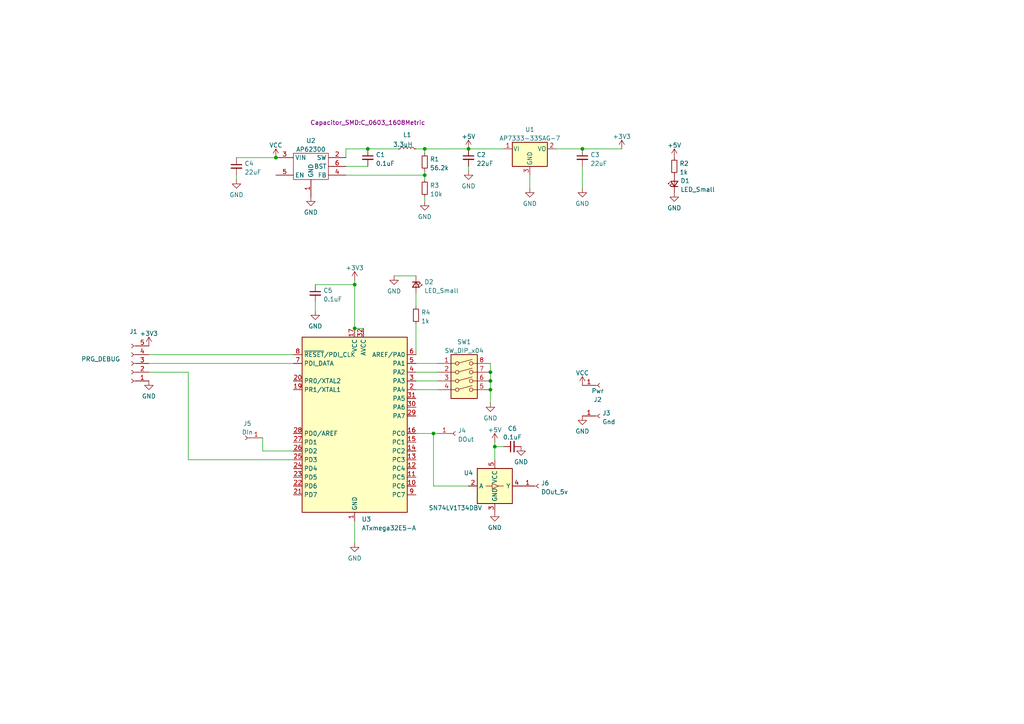
<source format=kicad_sch>
(kicad_sch (version 20211123) (generator eeschema)
  (paper "A4")
  (lib_symbols
    (symbol "Connector:Conn_01x01_Female" (pin_names (offset 1.016) hide)
      (property "Reference" "J" (at 0 2.54 0))
      (property "Value" "Conn_01x01_Female" (at 0 -2.54 0))
      (symbol "Conn_01x01_Female_1_1"
        (polyline (pts (xy -1.27 0) (xy -0.508 0)) (stroke (width 0.1524)))
        (arc (start 0 0.508) (mid -0.508 0) (end 0 -0.508) (stroke (width 0.1524)))
        (pin passive line (at -5.08 0 0) (length 3.81) (name "Pin_1") (number "1"))
      )
    )
    (symbol "Connector:Conn_01x05_Female" (pin_names (offset 1.016) hide)
      (property "Reference" "J" (at 0 7.62 0))
      (property "Value" "Conn_01x05_Female" (at 0 -7.62 0))
      (symbol "Conn_01x05_Female_1_1"
        (arc (start 0 -4.572) (mid -0.508 -5.08) (end 0 -5.588) (stroke (width 0.1524)))
        (arc (start 0 -2.032) (mid -0.508 -2.54) (end 0 -3.048) (stroke (width 0.1524)))
        (polyline (pts (xy -1.27 -5.08) (xy -0.508 -5.08)) (stroke (width 0.1524)))
        (polyline (pts (xy -1.27 -2.54) (xy -0.508 -2.54)) (stroke (width 0.1524)))
        (polyline (pts (xy -1.27 0) (xy -0.508 0)) (stroke (width 0.1524)))
        (polyline (pts (xy -1.27 2.54) (xy -0.508 2.54)) (stroke (width 0.1524)))
        (polyline (pts (xy -1.27 5.08) (xy -0.508 5.08)) (stroke (width 0.1524)))
        (arc (start 0 0.508) (mid -0.508 0) (end 0 -0.508) (stroke (width 0.1524)))
        (arc (start 0 3.048) (mid -0.508 2.54) (end 0 2.032) (stroke (width 0.1524)))
        (arc (start 0 5.588) (mid -0.508 5.08) (end 0 4.572) (stroke (width 0.1524)))
        (pin passive line (at -5.08 5.08 0) (length 3.81) (name "Pin_1") (number "1"))
        (pin passive line (at -5.08 2.54 0) (length 3.81) (name "Pin_2") (number "2"))
        (pin passive line (at -5.08 0 0) (length 3.81) (name "Pin_3") (number "3"))
        (pin passive line (at -5.08 -2.54 0) (length 3.81) (name "Pin_4") (number "4"))
        (pin passive line (at -5.08 -5.08 0) (length 3.81) (name "Pin_5") (number "5"))
      )
    )
    (symbol "Device:C_Small" (pin_numbers hide) (pin_names (offset 0.254) hide)
      (property "Reference" "C" (at 0.254 1.778 0))
      (property "Value" "C_Small" (at 0.254 -2.032 0))
      (symbol "C_Small_0_1"
        (polyline (pts (xy -1.524 -0.508) (xy 1.524 -0.508)) (stroke (width 0.3302)))
        (polyline (pts (xy -1.524 0.508) (xy 1.524 0.508)) (stroke (width 0.3048)))
      )
      (symbol "C_Small_1_1"
        (pin passive line (at 0 2.54 270) (length 2.032) (name "~") (number "1"))
        (pin passive line (at 0 -2.54 90) (length 2.032) (name "~") (number "2"))
      )
    )
    (symbol "Device:LED_Small" (pin_numbers hide) (pin_names (offset 0.254) hide)
      (property "Reference" "D" (at -1.27 3.175 0))
      (property "Value" "LED_Small" (at -4.445 -2.54 0))
      (symbol "LED_Small_0_1"
        (polyline (pts (xy -0.762 -1.016) (xy -0.762 1.016)) (stroke (width 0.254)))
        (polyline (pts (xy 1.016 0) (xy -0.762 0)))
        (polyline (pts (xy 0.762 -1.016) (xy -0.762 0) (xy 0.762 1.016) (xy 0.762 -1.016)) (stroke (width 0.254)))
        (polyline (pts (xy 0 0.762) (xy -0.508 1.27) (xy -0.254 1.27) (xy -0.508 1.27) (xy -0.508 1.016)))
        (polyline (pts (xy 0.508 1.27) (xy 0 1.778) (xy 0.254 1.778) (xy 0 1.778) (xy 0 1.524)))
      )
      (symbol "LED_Small_1_1"
        (pin passive line (at -2.54 0 0) (length 1.778) (name "K") (number "1"))
        (pin passive line (at 2.54 0 180) (length 1.778) (name "A") (number "2"))
      )
    )
    (symbol "Device:L_Small" (pin_numbers hide) (pin_names (offset 0.254) hide)
      (property "Reference" "L" (at 0.762 1.016 0))
      (property "Value" "L_Small" (at 0.762 -1.016 0))
      (symbol "L_Small_0_1"
        (arc (start 0 -2.032) (mid 0.508 -1.524) (end 0 -1.016))
        (arc (start 0 -1.016) (mid 0.508 -0.508) (end 0 0))
        (arc (start 0 0) (mid 0.508 0.508) (end 0 1.016))
        (arc (start 0 1.016) (mid 0.508 1.524) (end 0 2.032))
      )
      (symbol "L_Small_1_1"
        (pin passive line (at 0 2.54 270) (length 0.508) (name "~") (number "1"))
        (pin passive line (at 0 -2.54 90) (length 0.508) (name "~") (number "2"))
      )
    )
    (symbol "Device:R_Small" (pin_numbers hide) (pin_names (offset 0.254) hide)
      (property "Reference" "R" (at 0.762 0.508 0))
      (property "Value" "R_Small" (at 0.762 -1.016 0))
      (symbol "R_Small_0_1"
        (rectangle (start -0.762 1.778) (end 0.762 -1.778) (stroke (width 0.2032)))
      )
      (symbol "R_Small_1_1"
        (pin passive line (at 0 2.54 270) (length 0.762) (name "~") (number "1"))
        (pin passive line (at 0 -2.54 90) (length 0.762) (name "~") (number "2"))
      )
    )
    (symbol "Logic_LevelTranslator:SN74LV1T34DBV"
      (property "Reference" "U" (at 5.08 6.35 0))
      (property "Value" "SN74LV1T34DBV" (at 5.08 3.81 0))
      (symbol "SN74LV1T34DBV_0_1"
        (rectangle (start -5.08 5.08) (end 5.08 -5.08) (stroke (width 0.254)) (fill (type background)))
        (polyline (pts (xy -0.762 0) (xy -2.54 0)))
        (polyline (pts (xy 1.016 0) (xy 2.54 0)))
      )
      (symbol "SN74LV1T34DBV_1_1"
        (polyline (pts (xy -0.762 -0.762) (xy -0.762 0.762) (xy 1.016 0) (xy -0.762 -0.762)))
        (pin no_connect line (at -5.08 2.54 0) (length 2.54) hide (name "NC") (number "1"))
        (pin input line (at -7.62 0 0) (length 2.54) (name "A") (number "2"))
        (pin power_in line (at 0 -7.62 90) (length 2.54) (name "GND") (number "3"))
        (pin output line (at 7.62 0 180) (length 2.54) (name "Y") (number "4"))
        (pin power_in line (at 0 7.62 270) (length 2.54) (name "VCC") (number "5"))
      )
    )
    (symbol "MCU_Microchip_ATmega:ATxmega32E5-A"
      (property "Reference" "U" (at -15.24 26.67 0))
      (property "Value" "ATxmega32E5-A" (at 2.54 -26.67 0))
      (symbol "ATxmega32E5-A_0_1"
        (rectangle (start -15.24 -25.4) (end 15.24 25.4) (stroke (width 0.254)) (fill (type background)))
      )
      (symbol "ATxmega32E5-A_1_1"
        (pin power_in line (at 0 -27.94 90) (length 2.54) (name "GND") (number "1"))
        (pin bidirectional line (at 17.78 -17.78 180) (length 2.54) (name "PC6") (number "10"))
        (pin bidirectional line (at 17.78 -15.24 180) (length 2.54) (name "PC5") (number "11"))
        (pin bidirectional line (at 17.78 -12.7 180) (length 2.54) (name "PC4") (number "12"))
        (pin bidirectional line (at 17.78 -10.16 180) (length 2.54) (name "PC3") (number "13"))
        (pin bidirectional line (at 17.78 -7.62 180) (length 2.54) (name "PC2") (number "14"))
        (pin bidirectional line (at 17.78 -5.08 180) (length 2.54) (name "PC1") (number "15"))
        (pin bidirectional line (at 17.78 -2.54 180) (length 2.54) (name "PC0") (number "16"))
        (pin power_in line (at 0 27.94 270) (length 2.54) (name "VCC") (number "17"))
        (pin passive line (at 0 -27.94 90) (length 2.54) hide (name "GND") (number "18"))
        (pin bidirectional line (at -17.78 10.16 0) (length 2.54) (name "PR1/XTAL1") (number "19"))
        (pin bidirectional line (at 17.78 10.16 180) (length 2.54) (name "PA4") (number "2"))
        (pin bidirectional line (at -17.78 12.7 0) (length 2.54) (name "PR0/XTAL2") (number "20"))
        (pin bidirectional line (at -17.78 -20.32 0) (length 2.54) (name "PD7") (number "21"))
        (pin bidirectional line (at -17.78 -17.78 0) (length 2.54) (name "PD6") (number "22"))
        (pin bidirectional line (at -17.78 -15.24 0) (length 2.54) (name "PD5") (number "23"))
        (pin bidirectional line (at -17.78 -12.7 0) (length 2.54) (name "PD4") (number "24"))
        (pin bidirectional line (at -17.78 -10.16 0) (length 2.54) (name "PD3") (number "25"))
        (pin bidirectional line (at -17.78 -7.62 0) (length 2.54) (name "PD2") (number "26"))
        (pin bidirectional line (at -17.78 -5.08 0) (length 2.54) (name "PD1") (number "27"))
        (pin bidirectional line (at -17.78 -2.54 0) (length 2.54) (name "PD0/AREF") (number "28"))
        (pin bidirectional line (at 17.78 2.54 180) (length 2.54) (name "PA7") (number "29"))
        (pin bidirectional line (at 17.78 12.7 180) (length 2.54) (name "PA3") (number "3"))
        (pin bidirectional line (at 17.78 5.08 180) (length 2.54) (name "PA6") (number "30"))
        (pin bidirectional line (at 17.78 7.62 180) (length 2.54) (name "PA5") (number "31"))
        (pin power_in line (at 2.54 27.94 270) (length 2.54) (name "AVCC") (number "32"))
        (pin bidirectional line (at 17.78 15.24 180) (length 2.54) (name "PA2") (number "4"))
        (pin bidirectional line (at 17.78 17.78 180) (length 2.54) (name "PA1") (number "5"))
        (pin bidirectional line (at 17.78 20.32 180) (length 2.54) (name "AREF/PA0") (number "6"))
        (pin bidirectional line (at -17.78 17.78 0) (length 2.54) (name "PDI_DATA") (number "7"))
        (pin input line (at -17.78 20.32 0) (length 2.54) (name "~{RESET}/PDI_CLK") (number "8"))
        (pin bidirectional line (at 17.78 -20.32 180) (length 2.54) (name "PC7") (number "9"))
      )
    )
    (symbol "Regulator_Linear:AP7384-33SA" (pin_names (offset 0.254))
      (property "Reference" "U" (at -3.81 3.175 0))
      (property "Value" "AP7384-33SA" (at 0 3.175 0))
      (symbol "AP7384-33SA_0_1"
        (rectangle (start -5.08 1.905) (end 5.08 -5.08) (stroke (width 0.254)) (fill (type background)))
      )
      (symbol "AP7384-33SA_1_1"
        (pin power_in line (at -7.62 0 0) (length 2.54) (name "VI") (number "1"))
        (pin power_out line (at 7.62 0 180) (length 2.54) (name "VO") (number "2"))
        (pin power_in line (at 0 -7.62 90) (length 2.54) (name "GND") (number "3"))
      )
    )
    (symbol "Switch:SW_DIP_x04" (pin_names (offset 0) hide)
      (property "Reference" "SW" (at 0 8.89 0))
      (property "Value" "SW_DIP_x04" (at 0 -6.35 0))
      (symbol "SW_DIP_x04_0_0"
        (circle (center -2.032 -2.54) (radius 0.508))
        (circle (center -2.032 0) (radius 0.508))
        (circle (center -2.032 2.54) (radius 0.508))
        (circle (center -2.032 5.08) (radius 0.508))
        (polyline (pts (xy -1.524 -2.3876) (xy 2.3622 -1.3462)))
        (polyline (pts (xy -1.524 0.127) (xy 2.3622 1.1684)))
        (polyline (pts (xy -1.524 2.667) (xy 2.3622 3.7084)))
        (polyline (pts (xy -1.524 5.207) (xy 2.3622 6.2484)))
        (circle (center 2.032 -2.54) (radius 0.508))
        (circle (center 2.032 0) (radius 0.508))
        (circle (center 2.032 2.54) (radius 0.508))
        (circle (center 2.032 5.08) (radius 0.508))
      )
      (symbol "SW_DIP_x04_0_1"
        (rectangle (start -3.81 7.62) (end 3.81 -5.08) (stroke (width 0.254)) (fill (type background)))
      )
      (symbol "SW_DIP_x04_1_1"
        (pin passive line (at -7.62 5.08 0) (length 5.08) (name "~") (number "1"))
        (pin passive line (at -7.62 2.54 0) (length 5.08) (name "~") (number "2"))
        (pin passive line (at -7.62 0 0) (length 5.08) (name "~") (number "3"))
        (pin passive line (at -7.62 -2.54 0) (length 5.08) (name "~") (number "4"))
        (pin passive line (at 7.62 -2.54 180) (length 5.08) (name "~") (number "5"))
        (pin passive line (at 7.62 0 180) (length 5.08) (name "~") (number "6"))
        (pin passive line (at 7.62 2.54 180) (length 5.08) (name "~") (number "7"))
        (pin passive line (at 7.62 5.08 180) (length 5.08) (name "~") (number "8"))
      )
    )
    (symbol "diodes-inc-switching-reg:AP62300"
      (property "Reference" "U" (at 3.81 -6.35 0))
      (property "Value" "AP62300" (at 0 5.08 0))
      (symbol "AP62300_0_1"
        (rectangle (start -5.08 3.81) (end 5.08 -3.81) (stroke (width 0.1524)))
      )
      (symbol "AP62300_1_1"
        (pin power_in line (at 0 -8.89 90) (length 5.08) (name "GND") (number "1"))
        (pin power_out line (at 10.16 2.54 180) (length 5.08) (name "SW") (number "2"))
        (pin power_in line (at -10.16 2.54 0) (length 5.08) (name "VIN") (number "3"))
        (pin input line (at 10.16 -2.54 180) (length 5.08) (name "FB") (number "4"))
        (pin input line (at -10.16 -2.54 0) (length 5.08) (name "EN") (number "5"))
        (pin input line (at 10.16 0 180) (length 5.08) (name "BST") (number "6"))
      )
    )
    (symbol "power:+3.3V" (power) (pin_names (offset 0))
      (property "Value" "+3.3V" (at 0 3.556 0))
      (symbol "+3.3V_0_1"
        (polyline (pts (xy -0.762 1.27) (xy 0 2.54)))
        (polyline (pts (xy 0 0) (xy 0 2.54)))
        (polyline (pts (xy 0 2.54) (xy 0.762 1.27)))
      )
      (symbol "+3.3V_1_1"
        (pin power_in line (at 0 0 90) (length 0) hide (name "+3V3") (number "1"))
      )
    )
    (symbol "power:+5V" (power) (pin_names (offset 0))
      (property "Value" "+5V" (at 0 3.556 0))
      (symbol "+5V_0_1"
        (polyline (pts (xy -0.762 1.27) (xy 0 2.54)))
        (polyline (pts (xy 0 0) (xy 0 2.54)))
        (polyline (pts (xy 0 2.54) (xy 0.762 1.27)))
      )
      (symbol "+5V_1_1"
        (pin power_in line (at 0 0 90) (length 0) hide (name "+5V") (number "1"))
      )
    )
    (symbol "power:GND" (power) (pin_names (offset 0))
      (property "Value" "GND" (at 0 -3.81 0))
      (symbol "GND_0_1"
        (polyline (pts (xy 0 0) (xy 0 -1.27) (xy 1.27 -1.27) (xy 0 -2.54) (xy -1.27 -1.27) (xy 0 -1.27)))
      )
      (symbol "GND_1_1"
        (pin power_in line (at 0 0 270) (length 0) hide (name "GND") (number "1"))
      )
    )
    (symbol "power:VCC" (power) (pin_names (offset 0))
      (property "Value" "VCC" (at 0 3.81 0))
      (symbol "VCC_0_1"
        (polyline (pts (xy -0.762 1.27) (xy 0 2.54)))
        (polyline (pts (xy 0 0) (xy 0 2.54)))
        (polyline (pts (xy 0 2.54) (xy 0.762 1.27)))
      )
      (symbol "VCC_1_1"
        (pin power_in line (at 0 0 90) (length 0) hide (name "VCC") (number "1"))
      )
    )
  )
  (junction (at 123.19 43.18))
  (junction (at 123.19 50.8))
  (junction (at 168.91 43.18))
  (junction (at 102.87 82.55))
  (junction (at 143.51 129.54))
  (junction (at 125.73 125.73))
  (junction (at 142.24 110.49))
  (junction (at 142.24 113.03))
  (junction (at 80.01 45.72))
  (junction (at 102.87 95.25))
  (junction (at 142.24 107.95))
  (junction (at 106.68 43.18))
  (junction (at 135.89 43.18))
  (wire (pts (xy 120.65 105.41) (xy 127 105.41)))
  (wire (pts (xy 123.19 57.15) (xy 123.19 58.42)))
  (wire (pts (xy 125.73 125.73) (xy 127 125.73)))
  (wire (pts (xy 102.87 95.25) (xy 105.41 95.25)))
  (wire (pts (xy 168.91 43.18) (xy 180.34 43.18)))
  (wire (pts (xy 102.87 151.13) (xy 102.87 157.48)))
  (wire (pts (xy 100.33 43.18) (xy 106.68 43.18)))
  (wire (pts (xy 123.19 49.53) (xy 123.19 50.8)))
  (wire (pts (xy 102.87 82.55) (xy 102.87 95.25)))
  (wire (pts (xy 143.51 128.27) (xy 143.51 129.54)))
  (wire (pts (xy 43.18 105.41) (xy 85.09 105.41)))
  (wire (pts (xy 143.51 129.54) (xy 146.05 129.54)))
  (wire (pts (xy 102.87 81.28) (xy 102.87 82.55)))
  (wire (pts (xy 43.18 102.87) (xy 85.09 102.87)))
  (wire (pts (xy 142.24 113.03) (xy 142.24 116.84)))
  (wire (pts (xy 91.44 82.55) (xy 102.87 82.55)))
  (wire (pts (xy 100.33 50.8) (xy 123.19 50.8)))
  (wire (pts (xy 153.67 50.8) (xy 153.67 54.61)))
  (wire (pts (xy 68.58 50.8) (xy 68.58 52.07)))
  (wire (pts (xy 120.65 110.49) (xy 127 110.49)))
  (wire (pts (xy 120.65 85.09) (xy 120.65 88.9)))
  (wire (pts (xy 123.19 43.18) (xy 123.19 44.45)))
  (wire (pts (xy 76.2 127) (xy 76.2 130.81)))
  (wire (pts (xy 91.44 87.63) (xy 91.44 90.17)))
  (wire (pts (xy 120.65 107.95) (xy 127 107.95)))
  (wire (pts (xy 120.65 113.03) (xy 127 113.03)))
  (wire (pts (xy 161.29 43.18) (xy 168.91 43.18)))
  (wire (pts (xy 106.68 43.18) (xy 115.57 43.18)))
  (wire (pts (xy 135.89 43.18) (xy 146.05 43.18)))
  (wire (pts (xy 100.33 45.72) (xy 100.33 43.18)))
  (wire (pts (xy 68.58 45.72) (xy 80.01 45.72)))
  (wire (pts (xy 120.65 93.98) (xy 120.65 102.87)))
  (wire (pts (xy 123.19 50.8) (xy 123.19 52.07)))
  (wire (pts (xy 142.24 110.49) (xy 142.24 113.03)))
  (wire (pts (xy 125.73 125.73) (xy 125.73 140.97)))
  (wire (pts (xy 120.65 43.18) (xy 123.19 43.18)))
  (wire (pts (xy 54.61 107.95) (xy 43.18 107.95)))
  (wire (pts (xy 54.61 133.35) (xy 85.09 133.35)))
  (wire (pts (xy 100.33 48.26) (xy 106.68 48.26)))
  (wire (pts (xy 142.24 107.95) (xy 142.24 110.49)))
  (wire (pts (xy 54.61 133.35) (xy 54.61 107.95)))
  (wire (pts (xy 143.51 129.54) (xy 143.51 133.35)))
  (wire (pts (xy 168.91 48.26) (xy 168.91 54.61)))
  (wire (pts (xy 76.2 130.81) (xy 85.09 130.81)))
  (wire (pts (xy 123.19 43.18) (xy 135.89 43.18)))
  (wire (pts (xy 135.89 48.26) (xy 135.89 49.53)))
  (wire (pts (xy 114.3 80.01) (xy 120.65 80.01)))
  (wire (pts (xy 142.24 105.41) (xy 142.24 107.95)))
  (wire (pts (xy 120.65 125.73) (xy 125.73 125.73)))
  (wire (pts (xy 125.73 140.97) (xy 135.89 140.97)))
  (symbol (lib_id "Switch:SW_DIP_x04") (at 134.62 110.49 0) (unit 1)
    (property "Reference" "SW1" (at 134.62 99.1702 0))
    (property "Value" "SW_DIP_x04" (at 134.62 101.7071 0))
    (property "Footprint" "Button_Switch_SMD:SW_DIP_SPSTx04_Slide_6.7x11.72mm_W8.61mm_P2.54mm_LowProfile" (effects hide))
  )
  (symbol (lib_id "Connector:Conn_01x01_Female") (at 173.99 120.65 0) (unit 1)
    (property "Reference" "J3" (at 174.7012 119.8153 0) (effects (justify left)))
    (property "Value" "Gnd" (at 174.7012 122.3522 0) (effects (justify left)))
    (property "Footprint" "Connector_Pin:Pin_D0.7mm_L6.5mm_W1.8mm_FlatFork" (effects hide))
  )
  (symbol (lib_id "power:+5V") (at 195.58 45.72 0) (unit 1)
    (property "Reference" "#PWR04" (effects hide))
    (property "Value" "+5V" (at 195.58 42.1442 0))
  )
  (symbol (lib_id "Device:C_Small") (at 68.58 48.26 0) (unit 1)
    (property "Reference" "C4" (at 70.9041 47.4316 0) (effects (justify left)))
    (property "Value" "22uF" (at 70.9041 49.9685 0) (effects (justify left)))
    (property "Footprint" "Capacitor_SMD:C_0805_2012Metric" (effects hide))
  )
  (symbol (lib_id "power:+3.3V") (at 180.34 43.18 0) (unit 1)
    (property "Reference" "#PWR02" (effects hide))
    (property "Value" "+3.3V" (at 180.34 39.6042 0))
  )
  (symbol (lib_id "Device:L_Small") (at 118.11 43.18 90) (unit 1)
    (property "Reference" "L1" (at 118.11 39.0992 90))
    (property "Value" "3.3uH" (at 116.84 41.91 90))
    (property "Footprint" "Inductor_SMD:L_1008_2520Metric" (effects hide))
  )
  (symbol (lib_id "power:GND") (at 153.67 54.61 0) (unit 1)
    (property "Reference" "#PWR07" (effects hide))
    (property "Value" "GND" (at 153.67 59.0534 0))
  )
  (symbol (lib_id "power:GND") (at 102.87 157.48 0) (unit 1)
    (property "Reference" "#PWR023" (effects hide))
    (property "Value" "GND" (at 102.87 161.9234 0))
  )
  (symbol (lib_id "Device:R_Small") (at 120.65 91.44 0) (unit 1)
    (property "Reference" "R4" (at 122.1486 90.6053 0) (effects (justify left)))
    (property "Value" "1k" (at 122.1486 93.1422 0) (effects (justify left)))
    (property "Footprint" "Resistor_SMD:R_0603_1608Metric_Pad0.98x0.95mm_HandSolder" (effects hide))
  )
  (symbol (lib_id "Device:R_Small") (at 123.19 54.61 0) (unit 1)
    (property "Reference" "R3" (at 124.6886 53.7753 0) (effects (justify left)))
    (property "Value" "10k" (at 124.6886 56.3122 0) (effects (justify left)))
    (property "Footprint" "Resistor_SMD:R_0603_1608Metric" (effects hide))
  )
  (symbol (lib_id "Logic_LevelTranslator:SN74LV1T34DBV") (at 143.51 140.97 0) (unit 1)
    (property "Reference" "U4" (at 135.89 137.16 0))
    (property "Value" "SN74LV1T34DBV" (at 132.08 147.32 0))
    (property "Footprint" "Package_TO_SOT_SMD:SOT-23-5" (effects hide))
    (property "Datasheet" "https://www.ti.com/lit/ds/symlink/sn74lv1t34.pdf" (effects hide))
  )
  (symbol (lib_id "Connector:Conn_01x01_Female") (at 173.99 111.76 0) (unit 1)
    (property "Reference" "J2" (at 173.355 115.917 0))
    (property "Value" "Pwr" (at 173.355 113.3801 0))
    (property "Footprint" "Connector_Pin:Pin_D0.7mm_L6.5mm_W1.8mm_FlatFork" (effects hide))
  )
  (symbol (lib_id "Device:R_Small") (at 195.58 48.26 0) (unit 1)
    (property "Reference" "R2" (at 197.0786 47.4253 0) (effects (justify left)))
    (property "Value" "1k" (at 197.0786 49.9622 0) (effects (justify left)))
    (property "Footprint" "Resistor_SMD:R_0603_1608Metric_Pad0.98x0.95mm_HandSolder" (effects hide))
  )
  (symbol (lib_id "power:GND") (at 142.24 116.84 0) (unit 1)
    (property "Reference" "#PWR018" (effects hide))
    (property "Value" "GND" (at 142.24 121.2834 0))
  )
  (symbol (lib_id "diodes-inc-switching-reg:AP62300") (at 90.17 48.26 0) (unit 1)
    (property "Reference" "U2" (at 90.17 40.801 0))
    (property "Value" "AP62300" (at 90.17 43.3379 0))
    (property "Footprint" "Package_TO_SOT_SMD:TSOT-23-6" (effects hide))
  )
  (symbol (lib_id "power:GND") (at 43.18 110.49 0) (unit 1)
    (property "Reference" "#PWR016" (effects hide))
    (property "Value" "GND" (at 43.18 114.9334 0))
  )
  (symbol (lib_id "power:GND") (at 135.89 49.53 0) (unit 1)
    (property "Reference" "#PWR05" (effects hide))
    (property "Value" "GND" (at 135.89 53.9734 0))
  )
  (symbol (lib_id "power:+3.3V") (at 43.18 100.33 0) (unit 1)
    (property "Reference" "#PWR015" (effects hide))
    (property "Value" "+3.3V" (at 43.18 96.7542 0))
  )
  (symbol (lib_id "Device:C_Small") (at 135.89 45.72 0) (unit 1)
    (property "Reference" "C2" (at 138.2141 44.8916 0) (effects (justify left)))
    (property "Value" "22uF" (at 138.2141 47.4285 0) (effects (justify left)))
    (property "Footprint" "Capacitor_SMD:C_0805_2012Metric" (effects hide))
  )
  (symbol (lib_id "power:GND") (at 114.3 80.01 0) (unit 1)
    (property "Reference" "#PWR012" (effects hide))
    (property "Value" "GND" (at 114.3 84.4534 0))
  )
  (symbol (lib_id "power:GND") (at 68.58 52.07 0) (unit 1)
    (property "Reference" "#PWR06" (effects hide))
    (property "Value" "GND" (at 68.58 56.5134 0))
  )
  (symbol (lib_id "Connector:Conn_01x05_Female") (at 38.1 105.41 180) (unit 1)
    (property "Reference" "J1" (at 38.735 96.173 0))
    (property "Value" "PRG_DEBUG" (at 29.21 104.14 0))
    (property "Footprint" "Connector_PinSocket_2.54mm:PinSocket_1x05_P2.54mm_Vertical" (effects hide))
  )
  (symbol (lib_id "power:GND") (at 90.17 57.15 0) (unit 1)
    (property "Reference" "#PWR010" (effects hide))
    (property "Value" "GND" (at 90.17 61.5934 0))
  )
  (symbol (lib_id "Device:LED_Small") (at 195.58 53.34 90) (unit 1)
    (property "Reference" "D1" (at 197.358 52.4418 90) (effects (justify right)))
    (property "Value" "LED_Small" (at 197.358 54.9787 90) (effects (justify right)))
    (property "Footprint" "LED_SMD:LED_0603_1608Metric_Pad1.05x0.95mm_HandSolder" (effects hide))
  )
  (symbol (lib_id "MCU_Microchip_ATmega:ATxmega32E5-A") (at 102.87 123.19 0) (unit 1)
    (property "Reference" "U3" (at 104.8894 150.6204 0) (effects (justify left)))
    (property "Value" "ATxmega32E5-A" (at 104.8894 153.1573 0) (effects (justify left)))
    (property "Footprint" "Package_QFP:TQFP-32_7x7mm_P0.8mm" (effects hide))
    (property "Datasheet" "http://ww1.microchip.com/downloads/en/DeviceDoc/Atmel-8153-8-and-16-bit-AVR-Microcontroller-XMEGA-E-ATxmega8E5-ATxmega16E5-ATxmega32E5_Datasheet.pdf" (effects hide))
  )
  (symbol (lib_id "power:GND") (at 143.51 148.59 0) (unit 1)
    (property "Reference" "#PWR022" (effects hide))
    (property "Value" "GND" (at 143.51 153.0334 0))
  )
  (symbol (lib_id "Connector:Conn_01x01_Female") (at 156.21 140.97 0) (unit 1)
    (property "Reference" "J6" (at 156.9212 140.1353 0) (effects (justify left)))
    (property "Value" "DOut_5v" (at 156.9212 142.6722 0) (effects (justify left)))
    (property "Footprint" "Connector_Pin:Pin_D0.7mm_L6.5mm_W1.8mm_FlatFork" (effects hide))
  )
  (symbol (lib_id "Connector:Conn_01x01_Female") (at 132.08 125.73 0) (unit 1)
    (property "Reference" "J4" (at 132.7912 124.8953 0) (effects (justify left)))
    (property "Value" "DOut" (at 132.7912 127.4322 0) (effects (justify left)))
    (property "Footprint" "Connector_Pin:Pin_D0.7mm_L6.5mm_W1.8mm_FlatFork" (effects hide))
  )
  (symbol (lib_id "power:GND") (at 168.91 120.65 0) (unit 1)
    (property "Reference" "#PWR019" (effects hide))
    (property "Value" "GND" (at 168.91 125.0934 0))
  )
  (symbol (lib_id "Device:C_Small") (at 168.91 45.72 0) (unit 1)
    (property "Reference" "C3" (at 171.2341 44.8916 0) (effects (justify left)))
    (property "Value" "22uF" (at 171.2341 47.4285 0) (effects (justify left)))
    (property "Footprint" "Capacitor_SMD:C_0603_1608Metric_Pad1.08x0.95mm_HandSolder" (effects hide))
  )
  (symbol (lib_id "power:VCC") (at 80.01 45.72 0) (unit 1)
    (property "Reference" "#PWR03" (effects hide))
    (property "Value" "VCC" (at 80.01 42.1442 0))
  )
  (symbol (lib_id "Device:C_Small") (at 148.59 129.54 90) (unit 1)
    (property "Reference" "C6" (at 148.5963 124.2781 90))
    (property "Value" "0.1uF" (at 148.5963 126.815 90))
    (property "Footprint" "Capacitor_SMD:C_0603_1608Metric_Pad1.08x0.95mm_HandSolder" (effects hide))
  )
  (symbol (lib_id "power:+5V") (at 143.51 128.27 0) (unit 1)
    (property "Reference" "#PWR020" (effects hide))
    (property "Value" "+5V" (at 143.51 124.6942 0))
  )
  (symbol (lib_id "Device:C_Small") (at 106.68 45.72 0) (unit 1)
    (property "Reference" "C1" (at 109.0041 44.8916 0) (effects (justify left)))
    (property "Value" "0.1uF" (at 109.0041 47.4285 0) (effects (justify left)))
    (property "Footprint" "Capacitor_SMD:C_0603_1608Metric" (at 106.68 35.56 0))
  )
  (symbol (lib_id "power:+3.3V") (at 102.87 81.28 0) (unit 1)
    (property "Reference" "#PWR013" (effects hide))
    (property "Value" "+3.3V" (at 102.87 77.7042 0))
  )
  (symbol (lib_id "power:GND") (at 195.58 55.88 0) (unit 1)
    (property "Reference" "#PWR09" (effects hide))
    (property "Value" "GND" (at 195.58 60.3234 0))
  )
  (symbol (lib_id "power:GND") (at 123.19 58.42 0) (unit 1)
    (property "Reference" "#PWR011" (effects hide))
    (property "Value" "GND" (at 123.19 62.8634 0))
  )
  (symbol (lib_id "Connector:Conn_01x01_Female") (at 71.12 127 180) (unit 1)
    (property "Reference" "J5" (at 71.755 122.843 0))
    (property "Value" "DIn" (at 71.755 125.3799 0))
    (property "Footprint" "Connector_Pin:Pin_D0.7mm_L6.5mm_W1.8mm_FlatFork" (effects hide))
  )
  (symbol (lib_id "power:VCC") (at 168.91 111.76 0) (unit 1)
    (property "Reference" "#PWR017" (effects hide))
    (property "Value" "VCC" (at 168.91 108.1842 0))
  )
  (symbol (lib_id "Device:C_Small") (at 91.44 85.09 0) (unit 1)
    (property "Reference" "C5" (at 93.7641 84.2616 0) (effects (justify left)))
    (property "Value" "0.1uF" (at 93.7641 86.7985 0) (effects (justify left)))
    (property "Footprint" "Capacitor_SMD:C_0603_1608Metric_Pad1.08x0.95mm_HandSolder" (effects hide))
  )
  (symbol (lib_id "Device:R_Small") (at 123.19 46.99 0) (unit 1)
    (property "Reference" "R1" (at 124.6886 46.1553 0) (effects (justify left)))
    (property "Value" "56.2k" (at 124.6886 48.6922 0) (effects (justify left)))
    (property "Footprint" "Resistor_SMD:R_0603_1608Metric" (effects hide))
  )
  (symbol (lib_id "power:+5V") (at 135.89 43.18 0) (unit 1)
    (property "Reference" "#PWR01" (effects hide))
    (property "Value" "+5V" (at 135.89 39.6042 0))
  )
  (symbol (lib_id "power:GND") (at 91.44 90.17 0) (unit 1)
    (property "Reference" "#PWR014" (effects hide))
    (property "Value" "GND" (at 91.44 94.6134 0))
  )
  (symbol (lib_id "power:GND") (at 151.13 129.54 0) (unit 1)
    (property "Reference" "#PWR021" (effects hide))
    (property "Value" "GND" (at 151.13 133.9834 0))
  )
  (symbol (lib_id "Regulator_Linear:AP7384-33SA") (at 153.67 43.18 0) (unit 1)
    (property "Reference" "U1" (at 153.67 37.5752 0))
    (property "Value" "AP7333-33SAG-7" (at 153.67 40.1121 0))
    (property "Footprint" "Package_TO_SOT_SMD:SOT-23" (effects hide))
    (property "Datasheet" "https://www.diodes.com/assets/Datasheets/AP7333.pdf" (effects hide))
  )
  (symbol (lib_id "Device:LED_Small") (at 120.65 82.55 270) (unit 1)
    (property "Reference" "D2" (at 123.063 81.7788 90) (effects (justify left)))
    (property "Value" "LED_Small" (at 123.063 84.3157 90) (effects (justify left)))
    (property "Footprint" "LED_SMD:LED_0603_1608Metric_Pad1.05x0.95mm_HandSolder" (effects hide))
  )
  (symbol (lib_id "power:GND") (at 168.91 54.61 0) (unit 1)
    (property "Reference" "#PWR08" (effects hide))
    (property "Value" "GND" (at 168.91 59.0534 0))
  )
)
</source>
